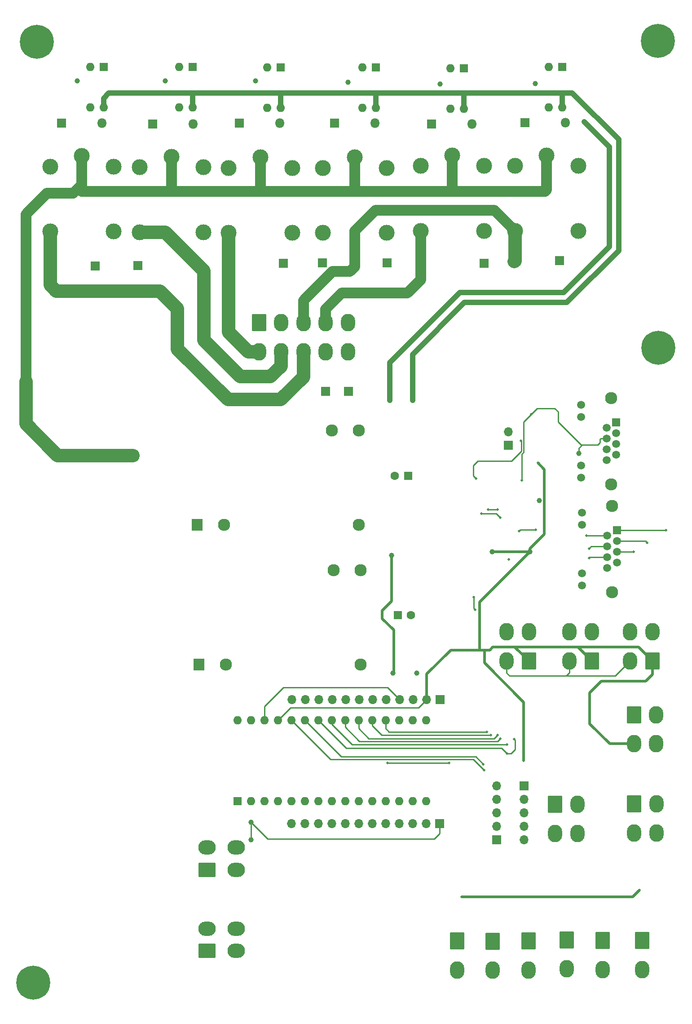
<source format=gbl>
%TF.GenerationSoftware,KiCad,Pcbnew,6.0.5-a6ca702e91~116~ubuntu20.04.1*%
%TF.CreationDate,2022-07-08T00:26:13+03:00*%
%TF.ProjectId,kolos_system_2022,6b6f6c6f-735f-4737-9973-74656d5f3230,rev?*%
%TF.SameCoordinates,Original*%
%TF.FileFunction,Copper,L4,Bot*%
%TF.FilePolarity,Positive*%
%FSLAX46Y46*%
G04 Gerber Fmt 4.6, Leading zero omitted, Abs format (unit mm)*
G04 Created by KiCad (PCBNEW 6.0.5-a6ca702e91~116~ubuntu20.04.1) date 2022-07-08 00:26:13*
%MOMM*%
%LPD*%
G01*
G04 APERTURE LIST*
G04 Aperture macros list*
%AMRoundRect*
0 Rectangle with rounded corners*
0 $1 Rounding radius*
0 $2 $3 $4 $5 $6 $7 $8 $9 X,Y pos of 4 corners*
0 Add a 4 corners polygon primitive as box body*
4,1,4,$2,$3,$4,$5,$6,$7,$8,$9,$2,$3,0*
0 Add four circle primitives for the rounded corners*
1,1,$1+$1,$2,$3*
1,1,$1+$1,$4,$5*
1,1,$1+$1,$6,$7*
1,1,$1+$1,$8,$9*
0 Add four rect primitives between the rounded corners*
20,1,$1+$1,$2,$3,$4,$5,0*
20,1,$1+$1,$4,$5,$6,$7,0*
20,1,$1+$1,$6,$7,$8,$9,0*
20,1,$1+$1,$8,$9,$2,$3,0*%
G04 Aperture macros list end*
%TA.AperFunction,ComponentPad*%
%ADD10R,1.700000X1.700000*%
%TD*%
%TA.AperFunction,ComponentPad*%
%ADD11O,1.700000X1.700000*%
%TD*%
%TA.AperFunction,ComponentPad*%
%ADD12R,1.500000X1.500000*%
%TD*%
%TA.AperFunction,ComponentPad*%
%ADD13C,1.500000*%
%TD*%
%TA.AperFunction,ComponentPad*%
%ADD14C,2.300000*%
%TD*%
%TA.AperFunction,ComponentPad*%
%ADD15RoundRect,0.250001X-1.099999X-1.399999X1.099999X-1.399999X1.099999X1.399999X-1.099999X1.399999X0*%
%TD*%
%TA.AperFunction,ComponentPad*%
%ADD16O,2.700000X3.300000*%
%TD*%
%TA.AperFunction,ComponentPad*%
%ADD17R,2.000000X2.300000*%
%TD*%
%TA.AperFunction,ComponentPad*%
%ADD18R,1.600000X1.600000*%
%TD*%
%TA.AperFunction,ComponentPad*%
%ADD19O,1.600000X1.600000*%
%TD*%
%TA.AperFunction,ComponentPad*%
%ADD20RoundRect,0.250001X1.099999X1.399999X-1.099999X1.399999X-1.099999X-1.399999X1.099999X-1.399999X0*%
%TD*%
%TA.AperFunction,ComponentPad*%
%ADD21C,6.400000*%
%TD*%
%TA.AperFunction,ComponentPad*%
%ADD22RoundRect,0.250001X1.399999X-1.099999X1.399999X1.099999X-1.399999X1.099999X-1.399999X-1.099999X0*%
%TD*%
%TA.AperFunction,ComponentPad*%
%ADD23O,3.300000X2.700000*%
%TD*%
%TA.AperFunction,ComponentPad*%
%ADD24R,1.800000X1.800000*%
%TD*%
%TA.AperFunction,ComponentPad*%
%ADD25O,1.800000X1.800000*%
%TD*%
%TA.AperFunction,ComponentPad*%
%ADD26C,3.000000*%
%TD*%
%TA.AperFunction,ComponentPad*%
%ADD27C,1.600000*%
%TD*%
%TA.AperFunction,ViaPad*%
%ADD28C,1.000000*%
%TD*%
%TA.AperFunction,ViaPad*%
%ADD29C,0.504000*%
%TD*%
%TA.AperFunction,ViaPad*%
%ADD30C,2.540000*%
%TD*%
%TA.AperFunction,Conductor*%
%ADD31C,2.540000*%
%TD*%
%TA.AperFunction,Conductor*%
%ADD32C,0.508000*%
%TD*%
%TA.AperFunction,Conductor*%
%ADD33C,0.254000*%
%TD*%
%TA.AperFunction,Conductor*%
%ADD34C,0.250000*%
%TD*%
%TA.AperFunction,Conductor*%
%ADD35C,1.000000*%
%TD*%
%TA.AperFunction,Conductor*%
%ADD36C,2.000000*%
%TD*%
G04 APERTURE END LIST*
D10*
%TO.P,Jgnd1,1,Pin_1*%
%TO.N,GND2*%
X128499000Y-191613000D03*
D11*
%TO.P,Jgnd1,2,Pin_2*%
X128499000Y-189073000D03*
%TO.P,Jgnd1,3,Pin_3*%
X128499000Y-186533000D03*
%TO.P,Jgnd1,4,Pin_4*%
X128499000Y-183993000D03*
%TO.P,Jgnd1,5,Pin_5*%
X128499000Y-181453000D03*
%TD*%
D12*
%TO.P,J19,1*%
%TO.N,RS485A*%
X151132000Y-133350000D03*
D13*
%TO.P,J19,2*%
%TO.N,RS485B*%
X149352000Y-134366000D03*
%TO.P,J19,3*%
%TO.N,/L3*%
X151132000Y-135382000D03*
%TO.P,J19,4*%
%TO.N,RS485A*%
X149352000Y-136398000D03*
%TO.P,J19,5*%
%TO.N,RS485B*%
X151132000Y-137414000D03*
%TO.P,J19,6*%
%TO.N,/L6*%
X149352000Y-138430000D03*
%TO.P,J19,7*%
%TO.N,/L7*%
X151132000Y-139446000D03*
%TO.P,J19,8*%
%TO.N,/L8*%
X149352000Y-140462000D03*
%TO.P,J19,9*%
%TO.N,GND2*%
X144532000Y-130050000D03*
%TO.P,J19,10*%
%TO.N,Net-(J19-Pad10)*%
X144532000Y-132340000D03*
%TO.P,J19,11*%
%TO.N,GND2*%
X144532000Y-141480000D03*
%TO.P,J19,12*%
%TO.N,Net-(J19-Pad12)*%
X144532000Y-143770000D03*
D14*
%TO.P,J19,SH*%
%TO.N,N/C*%
X150242000Y-128780000D03*
X150242000Y-145040000D03*
%TD*%
D12*
%TO.P,J18,1*%
%TO.N,RS485A*%
X151003000Y-113030000D03*
D13*
%TO.P,J18,2*%
%TO.N,RS485B*%
X149223000Y-114046000D03*
%TO.P,J18,3*%
%TO.N,/L3*%
X151003000Y-115062000D03*
%TO.P,J18,4*%
%TO.N,RS485A*%
X149223000Y-116078000D03*
%TO.P,J18,5*%
%TO.N,RS485B*%
X151003000Y-117094000D03*
%TO.P,J18,6*%
%TO.N,/L6*%
X149223000Y-118110000D03*
%TO.P,J18,7*%
%TO.N,/L7*%
X151003000Y-119126000D03*
%TO.P,J18,8*%
%TO.N,/L8*%
X149223000Y-120142000D03*
%TO.P,J18,9*%
%TO.N,GND2*%
X144403000Y-109730000D03*
%TO.P,J18,10*%
%TO.N,Net-(J18-Pad10)*%
X144403000Y-112020000D03*
%TO.P,J18,11*%
%TO.N,GND2*%
X144403000Y-121160000D03*
%TO.P,J18,12*%
%TO.N,Net-(J18-Pad12)*%
X144403000Y-123450000D03*
D14*
%TO.P,J18,SH*%
%TO.N,N/C*%
X150113000Y-108460000D03*
X150113000Y-124720000D03*
%TD*%
D10*
%TO.P,J5v1,1,Pin_1*%
%TO.N,5VA*%
X133629000Y-181513000D03*
D11*
%TO.P,J5v1,2,Pin_2*%
X133629000Y-184053000D03*
%TO.P,J5v1,3,Pin_3*%
X133629000Y-186593000D03*
%TO.P,J5v1,4,Pin_4*%
X133629000Y-189133000D03*
%TO.P,J5v1,5,Pin_5*%
X133629000Y-191673000D03*
%TD*%
D10*
%TO.P,J2,1,Pin_1*%
%TO.N,Reset_in*%
X100584000Y-107188000D03*
%TD*%
%TO.P,J1,1,Pin_1*%
%TO.N,Led1_in*%
X96266000Y-107188000D03*
%TD*%
D15*
%TO.P,I2C-3,1,Pin_1*%
%TO.N,SCL*%
X154364000Y-168073000D03*
D16*
%TO.P,I2C-3,2,Pin_2*%
%TO.N,SDA*%
X158564000Y-168073000D03*
%TO.P,I2C-3,3,Pin_3*%
%TO.N,5VA*%
X154364000Y-173573000D03*
%TO.P,I2C-3,4,Pin_4*%
%TO.N,GND2*%
X158564000Y-173573000D03*
%TD*%
D10*
%TO.P,SW1,1*%
%TO.N,RS485B*%
X130683000Y-117348000D03*
D11*
%TO.P,SW1,2*%
%TO.N,Net-(R17-Pad1)*%
X130683000Y-114808000D03*
%TD*%
D10*
%TO.P,rel2-NC1,1,Pin_1*%
%TO.N,Net-(K2-Pad4)*%
X126111000Y-83058000D03*
%TD*%
%TO.P,rel3-NC1,1,Pin_1*%
%TO.N,Net-(K3-Pad4)*%
X107823000Y-82931000D03*
%TD*%
D17*
%TO.P,PS2,1,L*%
%TO.N,Net-(FL1-Pad3)*%
X72390000Y-158607500D03*
D14*
%TO.P,PS2,2,N*%
%TO.N,Net-(FL1-Pad1)*%
X77470000Y-158607500D03*
%TO.P,PS2,3,DC+*%
%TO.N,+12VA*%
X97790000Y-140827500D03*
%TO.P,PS2,4,DC-*%
%TO.N,GND2*%
X102870000Y-140827500D03*
%TO.P,PS2,5*%
%TO.N,N/C*%
X102870000Y-158607500D03*
%TD*%
D10*
%TO.P,Ja2,1,Pin_1*%
%TO.N,3V3*%
X117856000Y-165227000D03*
D11*
%TO.P,Ja2,2,Pin_2*%
%TO.N,5VA*%
X115316000Y-165227000D03*
%TO.P,Ja2,3,Pin_3*%
%TO.N,AREF*%
X112776000Y-165227000D03*
%TO.P,Ja2,4,Pin_4*%
%TO.N,RESET*%
X110236000Y-165227000D03*
%TO.P,Ja2,5,Pin_5*%
%TO.N,AIN1*%
X107696000Y-165227000D03*
%TO.P,Ja2,6,Pin_6*%
%TO.N,AIN2*%
X105156000Y-165227000D03*
%TO.P,Ja2,7,Pin_7*%
%TO.N,AIN3*%
X102616000Y-165227000D03*
%TO.P,Ja2,8,Pin_8*%
%TO.N,AIN4*%
X100076000Y-165227000D03*
%TO.P,Ja2,9,Pin_9*%
%TO.N,SDA*%
X97536000Y-165227000D03*
%TO.P,Ja2,10,Pin_10*%
%TO.N,SCL*%
X94996000Y-165227000D03*
%TO.P,Ja2,11,Pin_11*%
%TO.N,AIN5*%
X92456000Y-165227000D03*
%TO.P,Ja2,12,Pin_12*%
%TO.N,AIN6*%
X89916000Y-165227000D03*
%TD*%
D18*
%TO.P,U1,1*%
%TO.N,Net-(RR1-Pad2)*%
X140848000Y-45984000D03*
D19*
%TO.P,U1,2*%
%TO.N,Net-(DRR1-Pad2)*%
X138308000Y-45984000D03*
%TO.P,U1,3*%
%TO.N,Net-(RRR1-Pad1)*%
X138308000Y-53604000D03*
%TO.P,U1,4*%
%TO.N,+12V*%
X140848000Y-53604000D03*
%TD*%
D15*
%TO.P,AIN_6,1,Pin_1*%
%TO.N,AIN6*%
X155913000Y-210582000D03*
D16*
%TO.P,AIN_6,2,Pin_2*%
%TO.N,GND2*%
X155913000Y-216082000D03*
%TD*%
D20*
%TO.P,1WIRE2,1,Pin_1*%
%TO.N,5VA*%
X146440000Y-157988000D03*
D16*
%TO.P,1WIRE2,2,Pin_2*%
%TO.N,1WIRE_DATA*%
X142240000Y-157988000D03*
%TO.P,1WIRE2,3,Pin_3*%
%TO.N,GND2*%
X146440000Y-152488000D03*
%TO.P,1WIRE2,4*%
%TO.N,N/C*%
X142240000Y-152488000D03*
%TD*%
D21*
%TO.P,H4,1*%
%TO.N,N/C*%
X158877000Y-41148000D03*
%TD*%
D15*
%TO.P,AIN_3,1,Pin_1*%
%TO.N,AIN3*%
X134493000Y-210709000D03*
D16*
%TO.P,AIN_3,2,Pin_2*%
%TO.N,GND2*%
X134493000Y-216209000D03*
%TD*%
D10*
%TO.P,rel1-NC1,1,Pin_1*%
%TO.N,Net-(K1-Pad4)*%
X140335000Y-82550000D03*
%TD*%
%TO.P,rel6-NC1,1,Pin_1*%
%TO.N,Net-(K6-Pad4)*%
X52832000Y-83566000D03*
%TD*%
D18*
%TO.P,A1,1,D1/TX*%
%TO.N,unconnected-(A1-Pad1)*%
X79629000Y-184394000D03*
D19*
%TO.P,A1,2,D0/RX*%
%TO.N,unconnected-(A1-Pad2)*%
X82169000Y-184394000D03*
%TO.P,A1,3,~{RESET}*%
%TO.N,unconnected-(A1-Pad3)*%
X84709000Y-184394000D03*
%TO.P,A1,4,GND*%
%TO.N,GND2*%
X87249000Y-184394000D03*
%TO.P,A1,5,D2*%
%TO.N,IN1*%
X89789000Y-184394000D03*
%TO.P,A1,6,D3*%
%TO.N,IN2*%
X92329000Y-184394000D03*
%TO.P,A1,7,D4*%
%TO.N,IN3*%
X94869000Y-184394000D03*
%TO.P,A1,8,D5*%
%TO.N,IN4*%
X97409000Y-184394000D03*
%TO.P,A1,9,D6*%
%TO.N,IN5*%
X99949000Y-184394000D03*
%TO.P,A1,10,D7*%
%TO.N,IN6*%
X102489000Y-184394000D03*
%TO.P,A1,11,D8*%
%TO.N,1WIRE_DATA*%
X105029000Y-184394000D03*
%TO.P,A1,12,D9*%
%TO.N,RX*%
X107569000Y-184394000D03*
%TO.P,A1,13,D10*%
%TO.N,TX*%
X110109000Y-184394000D03*
%TO.P,A1,14,D11*%
%TO.N,T{slash}R*%
X112649000Y-184394000D03*
%TO.P,A1,15,D12*%
%TO.N,DHT1*%
X115189000Y-184394000D03*
%TO.P,A1,16,D13*%
%TO.N,DHT2*%
X115189000Y-169154000D03*
%TO.P,A1,17,3V3*%
%TO.N,3V3*%
X112649000Y-169154000D03*
%TO.P,A1,18,AREF*%
%TO.N,AREF*%
X110109000Y-169154000D03*
%TO.P,A1,19,A0*%
%TO.N,AIN1*%
X107569000Y-169154000D03*
%TO.P,A1,20,A1*%
%TO.N,AIN2*%
X105029000Y-169154000D03*
%TO.P,A1,21,A2*%
%TO.N,AIN3*%
X102489000Y-169154000D03*
%TO.P,A1,22,A3*%
%TO.N,AIN4*%
X99949000Y-169154000D03*
%TO.P,A1,23,A4*%
%TO.N,SDA*%
X97409000Y-169154000D03*
%TO.P,A1,24,A5*%
%TO.N,SCL*%
X94869000Y-169154000D03*
%TO.P,A1,25,A6*%
%TO.N,AIN5*%
X92329000Y-169154000D03*
%TO.P,A1,26,A7*%
%TO.N,AIN6*%
X89789000Y-169154000D03*
%TO.P,A1,27,+5V*%
%TO.N,5VA*%
X87249000Y-169154000D03*
%TO.P,A1,28,~{RESET}*%
%TO.N,RESET*%
X84709000Y-169154000D03*
%TO.P,A1,29,GND*%
%TO.N,GND2*%
X82169000Y-169154000D03*
%TO.P,A1,30,VIN*%
%TO.N,+12VA*%
X79629000Y-169154000D03*
%TD*%
D15*
%TO.P,AIN_1,1,Pin_1*%
%TO.N,AIN1*%
X121031000Y-210709000D03*
D16*
%TO.P,AIN_1,2,Pin_2*%
%TO.N,GND2*%
X121031000Y-216209000D03*
%TD*%
D22*
%TO.P,DHT_2,1,Pin_1*%
%TO.N,5VA*%
X73914000Y-212598000D03*
D23*
%TO.P,DHT_2,2,Pin_2*%
%TO.N,DHT2*%
X73914000Y-208398000D03*
%TO.P,DHT_2,3,Pin_3*%
%TO.N,GND2*%
X79414000Y-212598000D03*
%TO.P,DHT_2,4*%
%TO.N,N/C*%
X79414000Y-208398000D03*
%TD*%
D18*
%TO.P,U6,1*%
%TO.N,Net-(RR6-Pad2)*%
X54361000Y-45984000D03*
D19*
%TO.P,U6,2*%
%TO.N,Net-(DRR6-Pad2)*%
X51821000Y-45984000D03*
%TO.P,U6,3*%
%TO.N,Net-(RRR6-Pad1)*%
X51821000Y-53604000D03*
%TO.P,U6,4*%
%TO.N,+12V*%
X54361000Y-53604000D03*
%TD*%
D20*
%TO.P,1WIRE1,1,Pin_1*%
%TO.N,5VA*%
X134570000Y-157988000D03*
D16*
%TO.P,1WIRE1,2,Pin_2*%
%TO.N,1WIRE_DATA*%
X130370000Y-157988000D03*
%TO.P,1WIRE1,3,Pin_3*%
%TO.N,GND2*%
X134570000Y-152488000D03*
%TO.P,1WIRE1,4*%
%TO.N,N/C*%
X130370000Y-152488000D03*
%TD*%
D10*
%TO.P,rel4-NC1,1,Pin_1*%
%TO.N,Net-(K4-Pad4)*%
X88265000Y-83058000D03*
%TD*%
%TO.P,rel2-NO1,1,Pin_1*%
%TO.N, Ch2_Output*%
X114173000Y-82931000D03*
%TD*%
D15*
%TO.P,J29,1,Pin_1*%
%TO.N,LINE*%
X83666000Y-94195000D03*
D16*
%TO.P,J29,2,Pin_2*%
%TO.N,NEUT*%
X87866000Y-94195000D03*
%TO.P,J29,3,Pin_3*%
%TO.N, Ch1_Output*%
X92066000Y-94195000D03*
%TO.P,J29,4,Pin_4*%
%TO.N, Ch2_Output*%
X96266000Y-94195000D03*
%TO.P,J29,5,Pin_5*%
%TO.N, Ch3_Output*%
X100466000Y-94195000D03*
%TO.P,J29,6,Pin_6*%
%TO.N, Ch4_Output*%
X83666000Y-99695000D03*
%TO.P,J29,7,Pin_7*%
%TO.N, Ch5_Output*%
X87866000Y-99695000D03*
%TO.P,J29,8,Pin_8*%
%TO.N, Ch6_Output*%
X92066000Y-99695000D03*
%TO.P,J29,9,Pin_9*%
%TO.N,Led1_in*%
X96266000Y-99695000D03*
%TO.P,J29,10,Pin_10*%
%TO.N,Reset_in*%
X100466000Y-99695000D03*
%TD*%
D15*
%TO.P,AIN_5,1,Pin_1*%
%TO.N,AIN5*%
X148463000Y-210582000D03*
D16*
%TO.P,AIN_5,2,Pin_2*%
%TO.N,GND2*%
X148463000Y-216082000D03*
%TD*%
D24*
%TO.P,DR1,1,K*%
%TO.N,Net-(DR1-Pad1)*%
X133858000Y-56515000D03*
D25*
%TO.P,DR1,2,A*%
%TO.N,+12V*%
X141478000Y-56515000D03*
%TD*%
D10*
%TO.P,rel5-NC1,1,Pin_1*%
%TO.N,Net-(K5-Pad4)*%
X60833000Y-83439000D03*
%TD*%
D21*
%TO.P,H1,1*%
%TO.N,N/C*%
X159004000Y-98933000D03*
%TD*%
D26*
%TO.P,K2,1*%
%TO.N,Net-(DR2-Pad1)*%
X114142000Y-64689000D03*
%TO.P,K2,2*%
%TO.N,LINE*%
X120142000Y-62689000D03*
%TO.P,K2,3*%
%TO.N, Ch2_Output*%
X114142000Y-76889000D03*
%TO.P,K2,4*%
%TO.N,Net-(K2-Pad4)*%
X126142000Y-76889000D03*
%TO.P,K2,5*%
%TO.N,+12V*%
X126142000Y-64689000D03*
%TD*%
D24*
%TO.P,DR6,1,K*%
%TO.N,Net-(DR6-Pad1)*%
X46482000Y-56642000D03*
D25*
%TO.P,DR6,2,A*%
%TO.N,+12V*%
X54102000Y-56642000D03*
%TD*%
D18*
%TO.P,U5,1*%
%TO.N,Net-(RR5-Pad2)*%
X71125000Y-45984000D03*
D19*
%TO.P,U5,2*%
%TO.N,Net-(DRR5-Pad2)*%
X68585000Y-45984000D03*
%TO.P,U5,3*%
%TO.N,Net-(RRR5-Pad1)*%
X68585000Y-53604000D03*
%TO.P,U5,4*%
%TO.N,+12V*%
X71125000Y-53604000D03*
%TD*%
D17*
%TO.P,PS1,1,L*%
%TO.N,Net-(FL1-Pad3)*%
X72009000Y-132318500D03*
D14*
%TO.P,PS1,2,N*%
%TO.N,Net-(FL1-Pad1)*%
X77089000Y-132318500D03*
%TO.P,PS1,3,DC+*%
%TO.N,+12V*%
X97409000Y-114538500D03*
%TO.P,PS1,4,DC-*%
%TO.N,GND1*%
X102489000Y-114538500D03*
%TO.P,PS1,5*%
%TO.N,N/C*%
X102489000Y-132318500D03*
%TD*%
D20*
%TO.P,1WIRE3,1,Pin_1*%
%TO.N,5VA*%
X157870000Y-157988000D03*
D16*
%TO.P,1WIRE3,2,Pin_2*%
%TO.N,1WIRE_DATA*%
X153670000Y-157988000D03*
%TO.P,1WIRE3,3,Pin_3*%
%TO.N,GND2*%
X157870000Y-152488000D03*
%TO.P,1WIRE3,4*%
%TO.N,N/C*%
X153670000Y-152488000D03*
%TD*%
D26*
%TO.P,K4,1*%
%TO.N,Net-(DR4-Pad1)*%
X77947000Y-65070000D03*
%TO.P,K4,2*%
%TO.N,LINE*%
X83947000Y-63070000D03*
%TO.P,K4,3*%
%TO.N, Ch4_Output*%
X77947000Y-77270000D03*
%TO.P,K4,4*%
%TO.N,Net-(K4-Pad4)*%
X89947000Y-77270000D03*
%TO.P,K4,5*%
%TO.N,+12V*%
X89947000Y-65070000D03*
%TD*%
D18*
%TO.P,C4,1*%
%TO.N,+12VA*%
X109845349Y-149352000D03*
D27*
%TO.P,C4,2*%
%TO.N,GND2*%
X112345349Y-149352000D03*
%TD*%
D18*
%TO.P,U4,1*%
%TO.N,Net-(RR4-Pad2)*%
X87762000Y-46111000D03*
D19*
%TO.P,U4,2*%
%TO.N,Net-(DRR4-Pad2)*%
X85222000Y-46111000D03*
%TO.P,U4,3*%
%TO.N,Net-(RRR4-Pad1)*%
X85222000Y-53731000D03*
%TO.P,U4,4*%
%TO.N,+12V*%
X87762000Y-53731000D03*
%TD*%
D15*
%TO.P,AIN_4,1,Pin_1*%
%TO.N,AIN4*%
X141732000Y-210491000D03*
D16*
%TO.P,AIN_4,2,Pin_2*%
%TO.N,GND2*%
X141732000Y-215991000D03*
%TD*%
D26*
%TO.P,K1,1*%
%TO.N,Net-(DR1-Pad1)*%
X131922000Y-64689000D03*
%TO.P,K1,2*%
%TO.N,LINE*%
X137922000Y-62689000D03*
%TO.P,K1,3*%
%TO.N, Ch1_Output*%
X131922000Y-76889000D03*
%TO.P,K1,4*%
%TO.N,Net-(K1-Pad4)*%
X143922000Y-76889000D03*
%TO.P,K1,5*%
%TO.N,+12V*%
X143922000Y-64689000D03*
%TD*%
D10*
%TO.P,rel6-NO1,1,Pin_1*%
%TO.N, Ch6_Output*%
X44196000Y-83693000D03*
%TD*%
D24*
%TO.P,DR4,1,K*%
%TO.N,Net-(DR4-Pad1)*%
X80010000Y-56642000D03*
D25*
%TO.P,DR4,2,A*%
%TO.N,+12V*%
X87630000Y-56642000D03*
%TD*%
D10*
%TO.P,rel1-NO1,1,Pin_1*%
%TO.N, Ch1_Output*%
X131826000Y-82677000D03*
%TD*%
D15*
%TO.P,AIN_2,1,Pin_1*%
%TO.N,AIN2*%
X127762000Y-210745000D03*
D16*
%TO.P,AIN_2,2,Pin_2*%
%TO.N,GND2*%
X127762000Y-216245000D03*
%TD*%
D15*
%TO.P,I2C-2,1,Pin_1*%
%TO.N,SCL*%
X154423000Y-184912000D03*
D16*
%TO.P,I2C-2,2,Pin_2*%
%TO.N,SDA*%
X158623000Y-184912000D03*
%TO.P,I2C-2,3,Pin_3*%
%TO.N,5VA*%
X154423000Y-190412000D03*
%TO.P,I2C-2,4,Pin_4*%
%TO.N,GND2*%
X158623000Y-190412000D03*
%TD*%
D21*
%TO.P,H3,1*%
%TO.N,N/C*%
X41148000Y-218567000D03*
%TD*%
D24*
%TO.P,DR3,1,K*%
%TO.N,Net-(DR3-Pad1)*%
X97917000Y-56642000D03*
D25*
%TO.P,DR3,2,A*%
%TO.N,+12V*%
X105537000Y-56642000D03*
%TD*%
D10*
%TO.P,Ja1,1,Pin_1*%
%TO.N,DHT2*%
X117729000Y-188595000D03*
D11*
%TO.P,Ja1,2,Pin_2*%
%TO.N,DHT1*%
X115189000Y-188595000D03*
%TO.P,Ja1,3,Pin_3*%
%TO.N,T{slash}R*%
X112649000Y-188595000D03*
%TO.P,Ja1,4,Pin_4*%
%TO.N,TX*%
X110109000Y-188595000D03*
%TO.P,Ja1,5,Pin_5*%
%TO.N,RX*%
X107569000Y-188595000D03*
%TO.P,Ja1,6,Pin_6*%
%TO.N,1WIRE_DATA*%
X105029000Y-188595000D03*
%TO.P,Ja1,7,Pin_7*%
%TO.N,IN6*%
X102489000Y-188595000D03*
%TO.P,Ja1,8,Pin_8*%
%TO.N,IN5*%
X99949000Y-188595000D03*
%TO.P,Ja1,9,Pin_9*%
%TO.N,IN4*%
X97409000Y-188595000D03*
%TO.P,Ja1,10,Pin_10*%
%TO.N,IN3*%
X94869000Y-188595000D03*
%TO.P,Ja1,11,Pin_11*%
%TO.N,IN2*%
X92329000Y-188595000D03*
%TO.P,Ja1,12,Pin_12*%
%TO.N,IN1*%
X89789000Y-188595000D03*
%TD*%
D18*
%TO.P,U2,1*%
%TO.N,Net-(RR2-Pad2)*%
X122306000Y-46238000D03*
D19*
%TO.P,U2,2*%
%TO.N,Net-(DRR2-Pad2)*%
X119766000Y-46238000D03*
%TO.P,U2,3*%
%TO.N,Net-(RRR2-Pad1)*%
X119766000Y-53858000D03*
%TO.P,U2,4*%
%TO.N,+12V*%
X122306000Y-53858000D03*
%TD*%
D22*
%TO.P,DHT_1,1,Pin_1*%
%TO.N,5VA*%
X73839000Y-197299000D03*
D23*
%TO.P,DHT_1,2,Pin_2*%
%TO.N,DHT1*%
X73839000Y-193099000D03*
%TO.P,DHT_1,3,Pin_3*%
%TO.N,GND2*%
X79339000Y-197299000D03*
%TO.P,DHT_1,4*%
%TO.N,N/C*%
X79339000Y-193099000D03*
%TD*%
D10*
%TO.P,rel3-NO1,1,Pin_1*%
%TO.N, Ch3_Output*%
X95631000Y-82931000D03*
%TD*%
D24*
%TO.P,DR2,1,K*%
%TO.N,Net-(DR2-Pad1)*%
X116205000Y-56769000D03*
D25*
%TO.P,DR2,2,A*%
%TO.N,+12V*%
X123825000Y-56769000D03*
%TD*%
D24*
%TO.P,DR5,1,K*%
%TO.N,Net-(DR5-Pad1)*%
X63627000Y-56769000D03*
D25*
%TO.P,DR5,2,A*%
%TO.N,+12V*%
X71247000Y-56769000D03*
%TD*%
D10*
%TO.P,rel4-NO1,1,Pin_1*%
%TO.N, Ch4_Output*%
X78105000Y-83312000D03*
%TD*%
D18*
%TO.P,U3,1*%
%TO.N,Net-(RR3-Pad2)*%
X105669000Y-46111000D03*
D19*
%TO.P,U3,2*%
%TO.N,Net-(DRR3-Pad2)*%
X103129000Y-46111000D03*
%TO.P,U3,3*%
%TO.N,Net-(RRR3-Pad1)*%
X103129000Y-53731000D03*
%TO.P,U3,4*%
%TO.N,+12V*%
X105669000Y-53731000D03*
%TD*%
D10*
%TO.P,rel5-NO1,1,Pin_1*%
%TO.N, Ch5_Output*%
X72136000Y-83312000D03*
%TD*%
D21*
%TO.P,H2,1*%
%TO.N,N/C*%
X41783000Y-41275000D03*
%TD*%
D15*
%TO.P,I2C-1,1,Pin_1*%
%TO.N,SCL*%
X139505000Y-184964000D03*
D16*
%TO.P,I2C-1,2,Pin_2*%
%TO.N,SDA*%
X143705000Y-184964000D03*
%TO.P,I2C-1,3,Pin_3*%
%TO.N,5VA*%
X139505000Y-190464000D03*
%TO.P,I2C-1,4,Pin_4*%
%TO.N,GND2*%
X143705000Y-190464000D03*
%TD*%
D26*
%TO.P,K5,1*%
%TO.N,Net-(DR5-Pad1)*%
X61183000Y-64943000D03*
%TO.P,K5,2*%
%TO.N,LINE*%
X67183000Y-62943000D03*
%TO.P,K5,3*%
%TO.N, Ch5_Output*%
X61183000Y-77143000D03*
%TO.P,K5,4*%
%TO.N,Net-(K5-Pad4)*%
X73183000Y-77143000D03*
%TO.P,K5,5*%
%TO.N,+12V*%
X73183000Y-64943000D03*
%TD*%
%TO.P,K6,1*%
%TO.N,Net-(DR6-Pad1)*%
X44292000Y-64816000D03*
%TO.P,K6,2*%
%TO.N,LINE*%
X50292000Y-62816000D03*
%TO.P,K6,3*%
%TO.N, Ch6_Output*%
X44292000Y-77016000D03*
%TO.P,K6,4*%
%TO.N,Net-(K6-Pad4)*%
X56292000Y-77016000D03*
%TO.P,K6,5*%
%TO.N,+12V*%
X56292000Y-64816000D03*
%TD*%
%TO.P,K3,1*%
%TO.N,Net-(DR3-Pad1)*%
X95727000Y-65070000D03*
%TO.P,K3,2*%
%TO.N,LINE*%
X101727000Y-63070000D03*
%TO.P,K3,3*%
%TO.N, Ch3_Output*%
X95727000Y-77270000D03*
%TO.P,K3,4*%
%TO.N,Net-(K3-Pad4)*%
X107727000Y-77270000D03*
%TO.P,K3,5*%
%TO.N,+12V*%
X107727000Y-65070000D03*
%TD*%
D18*
%TO.P,C2,1*%
%TO.N,+12V*%
X111769651Y-123063000D03*
D27*
%TO.P,C2,2*%
%TO.N,GND1*%
X109269651Y-123063000D03*
%TD*%
D28*
%TO.N,5VA*%
X127635000Y-137414000D03*
X134747000Y-137414000D03*
D29*
X149606000Y-202438000D03*
X133604000Y-176784000D03*
X136271000Y-120650000D03*
X135890000Y-202438000D03*
X155448000Y-201168000D03*
X142875000Y-202438000D03*
X121920000Y-202438000D03*
X128651000Y-202438000D03*
%TO.N,1WIRE_DATA*%
X119507000Y-177165000D03*
X107950000Y-177165000D03*
D28*
%TO.N,GND2*%
X113411000Y-160274000D03*
D29*
X130810000Y-138811000D03*
D28*
X136525000Y-127762000D03*
%TO.N,+12VA*%
X108966000Y-160274000D03*
X108712000Y-138049000D03*
D29*
%TO.N,AIN1*%
X126619000Y-171323000D03*
%TO.N,AIN2*%
X127381000Y-171958000D03*
%TO.N,AIN3*%
X128651000Y-171958000D03*
%TO.N,AIN4*%
X129159000Y-172593000D03*
%TO.N,SDA*%
X130429000Y-173736000D03*
%TO.N,SCL*%
X131826000Y-172720000D03*
X130429000Y-175387000D03*
%TO.N,TX*%
X128651000Y-129413000D03*
X126873000Y-129413000D03*
%TO.N,T{slash}R*%
X124460000Y-148336000D03*
X129159000Y-130937000D03*
X135890000Y-133223000D03*
X132715000Y-133477000D03*
X124206000Y-145923000D03*
X125603000Y-130175000D03*
X133025500Y-116459000D03*
X124587000Y-123571000D03*
D28*
%TO.N,DHT2*%
X82169000Y-188341000D03*
X82169000Y-191643000D03*
%TO.N,GND1*%
X49403000Y-48641000D03*
X135763000Y-49149000D03*
X100457000Y-48895000D03*
X117856000Y-49276000D03*
X66040000Y-48641000D03*
X83058000Y-48641000D03*
X145034000Y-56388000D03*
X108349000Y-108821000D03*
%TO.N,+12V*%
X112649000Y-108839000D03*
D30*
%TO.N,LINE*%
X59944000Y-119253000D03*
D29*
%TO.N,RS485A*%
X135001000Y-111506000D03*
D28*
X144018000Y-118872000D03*
D29*
X160401000Y-133350000D03*
X133223000Y-123952000D03*
X145923000Y-136779000D03*
%TO.N,RS485B*%
X154305000Y-137414000D03*
X145415000Y-134366000D03*
%TO.N,/L3*%
X156873062Y-135664062D03*
%TO.N,/L6*%
X145923000Y-138557000D03*
%TO.N,AIN5*%
X125984000Y-177419000D03*
%TO.N,AIN6*%
X126111000Y-178562000D03*
%TD*%
D31*
%TO.N, Ch6_Output*%
X92066000Y-99695000D02*
X92066000Y-104403000D01*
X92066000Y-104403000D02*
X87757000Y-108712000D01*
X87757000Y-108712000D02*
X77851000Y-108712000D01*
X68326000Y-99187000D02*
X68326000Y-91567000D01*
X77851000Y-108712000D02*
X68326000Y-99187000D01*
X68326000Y-91567000D02*
X65024000Y-88265000D01*
X65024000Y-88265000D02*
X45466000Y-88265000D01*
X45466000Y-88265000D02*
X44292000Y-87091000D01*
X44292000Y-87091000D02*
X44292000Y-77016000D01*
D32*
%TO.N,5VA*%
X137479000Y-121858000D02*
X136271000Y-120650000D01*
X135890000Y-202438000D02*
X128651000Y-202438000D01*
X131903000Y-155321000D02*
X134570000Y-157988000D01*
X149606000Y-202438000D02*
X142875000Y-202438000D01*
X149824000Y-173573000D02*
X146050000Y-169799000D01*
X125277480Y-155884480D02*
X125277480Y-146883520D01*
X155448000Y-201168000D02*
X154178000Y-202438000D01*
X128651000Y-202438000D02*
X121920000Y-202438000D01*
D33*
X113792000Y-166751000D02*
X89652000Y-166751000D01*
X89652000Y-166751000D02*
X87249000Y-169154000D01*
D32*
X134747000Y-137414000D02*
X134747000Y-136779000D01*
D33*
X115316000Y-165227000D02*
X113792000Y-166751000D01*
D32*
X119832520Y-155884480D02*
X125277480Y-155884480D01*
X115316000Y-160401000D02*
X119832520Y-155884480D01*
X131903000Y-155321000D02*
X143773000Y-155321000D01*
X154178000Y-202438000D02*
X149606000Y-202438000D01*
X157870000Y-160519000D02*
X157870000Y-157988000D01*
X127635000Y-137414000D02*
X134747000Y-137414000D01*
X143773000Y-155321000D02*
X146440000Y-157988000D01*
X115316000Y-165227000D02*
X115316000Y-160401000D01*
X125277480Y-146883520D02*
X134747000Y-137414000D01*
X156591000Y-161798000D02*
X157870000Y-160519000D01*
X126166480Y-158297480D02*
X126166480Y-155884480D01*
X133604000Y-176784000D02*
X133604000Y-165735000D01*
X133604000Y-165735000D02*
X126166480Y-158297480D01*
X143773000Y-155321000D02*
X155203000Y-155321000D01*
X126166480Y-155884480D02*
X127198520Y-155884480D01*
X155203000Y-155321000D02*
X157870000Y-157988000D01*
X127762000Y-155321000D02*
X131903000Y-155321000D01*
X134747000Y-136779000D02*
X137479000Y-134047000D01*
X148209000Y-161798000D02*
X156591000Y-161798000D01*
X154364000Y-173573000D02*
X149824000Y-173573000D01*
X125277480Y-155884480D02*
X126166480Y-155884480D01*
X127198520Y-155884480D02*
X127762000Y-155321000D01*
X146050000Y-169799000D02*
X146050000Y-163957000D01*
X142875000Y-202438000D02*
X135890000Y-202438000D01*
X137479000Y-134047000D02*
X137479000Y-121858000D01*
X146050000Y-163957000D02*
X148209000Y-161798000D01*
D33*
%TO.N,1WIRE_DATA*%
X130370000Y-157988000D02*
X130370000Y-160215000D01*
X141605000Y-160782000D02*
X142240000Y-160147000D01*
X141605000Y-160782000D02*
X150876000Y-160782000D01*
X142240000Y-160147000D02*
X142240000Y-157988000D01*
X130937000Y-160782000D02*
X141605000Y-160782000D01*
X130370000Y-160215000D02*
X130937000Y-160782000D01*
X150876000Y-160782000D02*
X153670000Y-157988000D01*
X107950000Y-177165000D02*
X119507000Y-177165000D01*
D32*
%TO.N,+12VA*%
X108712000Y-146685000D02*
X106934000Y-148463000D01*
X106934000Y-148463000D02*
X106934000Y-149987000D01*
X108712000Y-138049000D02*
X108712000Y-146685000D01*
X109093000Y-160147000D02*
X108966000Y-160274000D01*
X109093000Y-152146000D02*
X109093000Y-160147000D01*
X106934000Y-149987000D02*
X109093000Y-152146000D01*
D33*
%TO.N,AIN1*%
X126619000Y-171323000D02*
X108204000Y-171323000D01*
X107569000Y-170688000D02*
X107569000Y-169154000D01*
X108204000Y-171323000D02*
X107569000Y-170688000D01*
%TO.N,AIN2*%
X106807000Y-171958000D02*
X105029000Y-170180000D01*
X105029000Y-170180000D02*
X105029000Y-169154000D01*
X127381000Y-171958000D02*
X106807000Y-171958000D01*
%TO.N,AIN3*%
X102489000Y-170688000D02*
X102489000Y-169154000D01*
X128016000Y-172593000D02*
X104394000Y-172593000D01*
X128651000Y-171958000D02*
X128016000Y-172593000D01*
X104394000Y-172593000D02*
X102489000Y-170688000D01*
%TO.N,AIN4*%
X102616000Y-173101000D02*
X99949000Y-170434000D01*
X129159000Y-172593000D02*
X128651000Y-173101000D01*
X128651000Y-173101000D02*
X102616000Y-173101000D01*
X99949000Y-170434000D02*
X99949000Y-169154000D01*
%TO.N,SDA*%
X101219000Y-173736000D02*
X130429000Y-173736000D01*
X97409000Y-169154000D02*
X97409000Y-169926000D01*
X97409000Y-169926000D02*
X101219000Y-173736000D01*
%TO.N,SCL*%
X130429000Y-175387000D02*
X131191000Y-175387000D01*
X94869000Y-169154000D02*
X100086000Y-174371000D01*
X131953000Y-172847000D02*
X131826000Y-172720000D01*
X100203000Y-174371000D02*
X129413000Y-174371000D01*
X100086000Y-174371000D02*
X100203000Y-174371000D01*
X131953000Y-174625000D02*
X131953000Y-172847000D01*
X129413000Y-174371000D02*
X130429000Y-175387000D01*
X131191000Y-175387000D02*
X131953000Y-174625000D01*
%TO.N,TX*%
X128651000Y-129413000D02*
X126873000Y-129413000D01*
%TO.N,T{slash}R*%
X133025500Y-116459000D02*
X133150000Y-116583500D01*
D34*
X124460000Y-148336000D02*
X124206000Y-148082000D01*
D33*
X125603000Y-130175000D02*
X128397000Y-130175000D01*
X124079000Y-121158000D02*
X124079000Y-123063000D01*
X124079000Y-123063000D02*
X124587000Y-123571000D01*
X131306053Y-120269000D02*
X124968000Y-120269000D01*
X133150000Y-118425053D02*
X131306053Y-120269000D01*
X128397000Y-130175000D02*
X129159000Y-130937000D01*
X133150000Y-116583500D02*
X133150000Y-118425053D01*
X135890000Y-133223000D02*
X132969000Y-133223000D01*
D34*
X124206000Y-148082000D02*
X124206000Y-145923000D01*
D33*
X132969000Y-133223000D02*
X132715000Y-133477000D01*
X124968000Y-120269000D02*
X124079000Y-121158000D01*
%TO.N,DHT2*%
X116713000Y-191516000D02*
X85344000Y-191516000D01*
X85344000Y-191516000D02*
X82169000Y-188341000D01*
X82169000Y-191643000D02*
X82169000Y-188341000D01*
X117729000Y-188595000D02*
X117729000Y-190500000D01*
X117729000Y-190500000D02*
X116713000Y-191516000D01*
D35*
%TO.N,GND1*%
X108349000Y-108821000D02*
X108349000Y-101709000D01*
X121539000Y-88519000D02*
X141097000Y-88519000D01*
X149733000Y-79883000D02*
X149733000Y-61087000D01*
X108349000Y-101709000D02*
X121539000Y-88519000D01*
X141097000Y-88519000D02*
X149733000Y-79883000D01*
X149733000Y-61087000D02*
X146240500Y-57594500D01*
X146240500Y-57594500D02*
X145034000Y-56388000D01*
%TO.N,+12V*%
X71374000Y-50927000D02*
X71125000Y-51176000D01*
X87762000Y-50932000D02*
X87762000Y-53731000D01*
X55372000Y-50927000D02*
X71374000Y-50927000D01*
X74041000Y-50927000D02*
X87757000Y-50927000D01*
X151511000Y-59690000D02*
X151511000Y-80645000D01*
X122306000Y-51176000D02*
X122306000Y-53858000D01*
X141732000Y-90424000D02*
X122428000Y-90424000D01*
X87757000Y-50927000D02*
X87762000Y-50932000D01*
X142748000Y-50927000D02*
X151511000Y-59690000D01*
X71125000Y-51176000D02*
X71125000Y-53604000D01*
X122555000Y-50927000D02*
X125349000Y-50927000D01*
X140848000Y-53604000D02*
X140848000Y-51176000D01*
X112649000Y-100203000D02*
X112649000Y-108839000D01*
X125349000Y-50927000D02*
X141097000Y-50927000D01*
X106045000Y-50927000D02*
X108712000Y-50927000D01*
X108712000Y-50927000D02*
X122555000Y-50927000D01*
X105669000Y-51303000D02*
X105669000Y-53731000D01*
X151511000Y-80645000D02*
X141732000Y-90424000D01*
X122555000Y-50927000D02*
X122306000Y-51176000D01*
X122428000Y-90424000D02*
X112649000Y-100203000D01*
X71374000Y-50927000D02*
X74041000Y-50927000D01*
X90678000Y-50927000D02*
X106045000Y-50927000D01*
X106045000Y-50927000D02*
X105669000Y-51303000D01*
X141097000Y-50927000D02*
X142748000Y-50927000D01*
X140848000Y-51176000D02*
X141097000Y-50927000D01*
X54361000Y-53604000D02*
X54361000Y-51938000D01*
X54361000Y-51938000D02*
X55372000Y-50927000D01*
X87757000Y-50927000D02*
X90678000Y-50927000D01*
D36*
%TO.N,LINE*%
X137668000Y-69469000D02*
X137922000Y-69215000D01*
D31*
X39751000Y-105283000D02*
X39751000Y-113284000D01*
D36*
X48641000Y-69850000D02*
X49911000Y-68580000D01*
X83947000Y-63070000D02*
X83947000Y-69469000D01*
X117244733Y-69469000D02*
X119507000Y-69469000D01*
X119507000Y-69469000D02*
X137668000Y-69469000D01*
X50292000Y-62816000D02*
X50292000Y-68961000D01*
X81049733Y-69469000D02*
X83947000Y-69469000D01*
X50292000Y-68961000D02*
X50292000Y-69469000D01*
X49911000Y-68580000D02*
X50292000Y-68961000D01*
X83947000Y-69469000D02*
X98702733Y-69469000D01*
D31*
X39751000Y-113284000D02*
X44704000Y-118237000D01*
D36*
X43688000Y-69850000D02*
X48641000Y-69850000D01*
X50292000Y-69469000D02*
X64412733Y-69469000D01*
X67183000Y-62943000D02*
X67183000Y-68961000D01*
X101727000Y-63070000D02*
X101727000Y-69469000D01*
X39751000Y-73787000D02*
X39751000Y-105283000D01*
X137922000Y-69215000D02*
X137922000Y-62689000D01*
D31*
X44704000Y-118237000D02*
X45720000Y-119253000D01*
D36*
X39751000Y-73787000D02*
X43688000Y-69850000D01*
X98702733Y-69469000D02*
X101727000Y-69469000D01*
X101727000Y-69469000D02*
X117244733Y-69469000D01*
X64412733Y-69469000D02*
X67691000Y-69469000D01*
X120142000Y-68834000D02*
X119507000Y-69469000D01*
D31*
X45720000Y-119253000D02*
X59944000Y-119253000D01*
D36*
X67183000Y-68961000D02*
X67691000Y-69469000D01*
X67691000Y-69469000D02*
X81049733Y-69469000D01*
X120142000Y-62689000D02*
X120142000Y-68834000D01*
D33*
%TO.N,RS485A*%
X144018000Y-118872000D02*
X144018000Y-117856000D01*
X140081000Y-110998000D02*
X140081000Y-112903000D01*
X145923000Y-136779000D02*
X146304000Y-136398000D01*
X147574000Y-117221000D02*
X147955000Y-116840000D01*
X133604000Y-112903000D02*
X133604000Y-118613105D01*
X144653000Y-117221000D02*
X147574000Y-117221000D01*
X144018000Y-117856000D02*
X144653000Y-117221000D01*
X140081000Y-112903000D02*
X144399000Y-117221000D01*
X136144000Y-110363000D02*
X139446000Y-110363000D01*
X139446000Y-110363000D02*
X140081000Y-110998000D01*
X135001000Y-111506000D02*
X136144000Y-110363000D01*
X133223000Y-118994105D02*
X133223000Y-123952000D01*
X147955000Y-116840000D02*
X147955000Y-116205000D01*
X144399000Y-117221000D02*
X144653000Y-117221000D01*
X148082000Y-116078000D02*
X149350000Y-116078000D01*
X146304000Y-136398000D02*
X149350000Y-136398000D01*
X133604000Y-118613105D02*
X133223000Y-118994105D01*
X160401000Y-133350000D02*
X151130000Y-133350000D01*
X135001000Y-111506000D02*
X133604000Y-112903000D01*
X147955000Y-116205000D02*
X148082000Y-116078000D01*
%TO.N,RS485B*%
X145415000Y-134366000D02*
X149350000Y-134366000D01*
X154305000Y-137414000D02*
X151130000Y-137414000D01*
%TO.N,/L3*%
X156591000Y-135382000D02*
X151130000Y-135382000D01*
X156873062Y-135664062D02*
X156591000Y-135382000D01*
%TO.N,/L6*%
X146050000Y-138430000D02*
X149350000Y-138430000D01*
X145923000Y-138557000D02*
X146050000Y-138430000D01*
%TO.N,AIN5*%
X125984000Y-177419000D02*
X124587000Y-176022000D01*
X99197000Y-176022000D02*
X92329000Y-169154000D01*
X124587000Y-176022000D02*
X99197000Y-176022000D01*
%TO.N,AIN6*%
X126111000Y-178562000D02*
X124079000Y-176530000D01*
X124079000Y-176530000D02*
X97165000Y-176530000D01*
X97165000Y-176530000D02*
X89789000Y-169154000D01*
%TO.N,RESET*%
X110236000Y-165227000D02*
X107950000Y-162941000D01*
X88265000Y-162941000D02*
X84709000Y-166497000D01*
X107950000Y-162941000D02*
X88265000Y-162941000D01*
X84709000Y-166497000D02*
X84709000Y-169154000D01*
D36*
%TO.N, Ch1_Output*%
X128058000Y-73025000D02*
X131922000Y-76889000D01*
X92066000Y-94195000D02*
X92066000Y-90052000D01*
X97536000Y-84582000D02*
X100838000Y-84582000D01*
D31*
X131922000Y-76889000D02*
X131922000Y-82581000D01*
D36*
X100838000Y-84582000D02*
X101727000Y-83693000D01*
D31*
X131880000Y-76889000D02*
X131922000Y-76889000D01*
X92066000Y-94195000D02*
X92075000Y-94186000D01*
D36*
X92066000Y-90052000D02*
X97536000Y-84582000D01*
X101727000Y-83693000D02*
X101727000Y-76962000D01*
X101727000Y-76962000D02*
X105664000Y-73025000D01*
D31*
X131922000Y-82581000D02*
X131826000Y-82677000D01*
D36*
X105664000Y-73025000D02*
X128058000Y-73025000D01*
%TO.N, Ch2_Output*%
X111633000Y-88646000D02*
X114142000Y-86137000D01*
X96266000Y-91694000D02*
X99314000Y-88646000D01*
X114142000Y-86137000D02*
X114142000Y-76889000D01*
X96266000Y-94195000D02*
X96266000Y-91694000D01*
X99314000Y-88646000D02*
X111633000Y-88646000D01*
D31*
%TO.N, Ch4_Output*%
X83666000Y-99695000D02*
X81661000Y-99695000D01*
X81661000Y-99695000D02*
X77947000Y-95981000D01*
X77947000Y-95981000D02*
X77947000Y-77270000D01*
%TO.N, Ch5_Output*%
X80137000Y-104394000D02*
X73279000Y-97536000D01*
X87866000Y-102380000D02*
X85852000Y-104394000D01*
X73279000Y-97536000D02*
X73279000Y-84455000D01*
X65967000Y-77143000D02*
X61183000Y-77143000D01*
X85852000Y-104394000D02*
X80137000Y-104394000D01*
X87866000Y-99695000D02*
X87866000Y-102380000D01*
X73279000Y-84455000D02*
X65967000Y-77143000D01*
%TD*%
M02*

</source>
